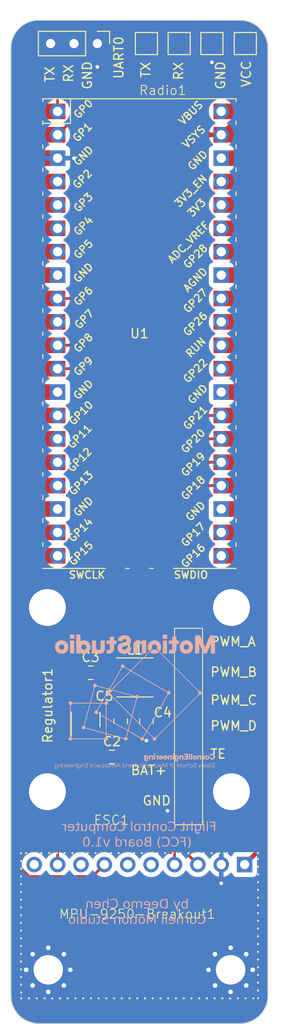
<source format=kicad_pcb>
(kicad_pcb (version 20221018) (generator pcbnew)
  (layers (0 "F.Cu" signal) (31 "B.Cu" power) (34 "B.Paste" user) (35 "F.Paste" user) (36 "B.SilkS" user "B.Silkscreen") (37 "F.SilkS" user "F.Silkscreen") (38 "B.Mask" user) (39 "F.Mask" user) (44 "Edge.Cuts" user))
  (net 0 "")
  (net 1 "+BATT")
  (net 2 "GND")
  (net 3 "Net-(Regulator1-BST)")
  (net 4 "Net-(Regulator1-SW)")
  (net 5 "+3V3")
  (net 6 "/PWM_A")
  (net 7 "/PWM_B")
  (net 8 "/PWM_C")
  (net 9 "/PWM_D")
  (net 10 "/TE")
  (net 11 "/SCK")
  (net 12 "/MOSI")
  (net 15 "/MISO")
  (net 17 "/CS")
  (net 19 "/RX")
  (net 20 "/TX")
  (net 45 "Net-(J1-Pin_2)")
  (net 46 "Net-(J1-Pin_3)")
  (footprint "MountingHole:MountingHole_3.2mm_M3_Pad_Via" (layer "F.Cu") (at 159.766 135.382)
    (fp_text reference "H6" hide)
    (fp_text value "MountingHole")
    (pad "1" thru_hole circle (at -2.4 0) (size 0.8 0.8) (drill 0.5) (layers "*.Cu" "*.Mask"))
    (pad "1" thru_hole circle (at -1.697056 -1.697056) (size 0.8 0.8) (drill 0.5) (layers "*.Cu" "*.Mask"))
    (pad "1" thru_hole circle (at -1.697056 1.697056) (size 0.8 0.8) (drill 0.5) (layers "*.Cu" "*.Mask"))
    (pad "1" thru_hole circle (at 0 -2.4) (size 0.8 0.8) (drill 0.5) (layers "*.Cu" "*.Mask"))
    (pad "1" thru_hole circle (at 0 0) (size 6.4 6.4) (drill 3.2) (layers "*.Cu" "*.Mask"))
    (pad "1" thru_hole circle (at 0 2.4) (size 0.8 0.8) (drill 0.5) (layers "*.Cu" "*.Mask"))
    (pad "1" thru_hole circle (at 1.697056 -1.697056) (size 0.8 0.8) (drill 0.5) (layers "*.Cu" "*.Mask"))
    (pad "1" thru_hole circle (at 1.697056 1.697056) (size 0.8 0.8) (drill 0.5) (layers "*.Cu" "*.Mask"))
    (pad "1" thru_hole circle (at 2.4 0) (size 0.8 0.8) (drill 0.5) (layers "*.Cu" "*.Mask"))
  )
  (footprint "Inductor_SMD:L_Abracon_ASPI-4030S" (layer "F.Cu") (at 149.376 103.632)
    (fp_text reference "L1" (at 0 -3) (layer "F.SilkS"))
    (fp_text value "4.7uH")
    (pad "1" smd roundrect (at -1.5 0) (size 1.1 3.4) (layers "F.Cu" "F.Paste" "F.Mask") (roundrect_rratio 0.1) (net 4 "Net-(Regulator1-SW)"))
    (pad "2" smd roundrect (at 1.5 0) (size 1.1 3.4) (layers "F.Cu" "F.Paste" "F.Mask") (roundrect_rratio 0.1) (net 5 "+3V3"))
  )
  (footprint "MCU_RaspberryPi_and_Boards:RPi_Pico_SMD_TH" (layer "F.Cu") (at 149.86 66.294)
    (fp_text reference "U1" (at 0 0) (layer "F.SilkS"))
    (fp_text value "Pico")
    (fp_text user "GP12" (at -6.496 13.716 45) (layer "F.SilkS") (effects (font (size 0.8 0.8))))
    (fp_text user "3V3" (at 6.234 -13.664 45) (layer "F.SilkS") (effects (font (size 0.8 0.8))))
    (fp_text user "GP1" (at -6.196 -21.854 45) (layer "F.SilkS") (effects (font (size 0.8 0.8))))
    (fp_text user "AGND" (at 6.08 -5.842 45) (layer "F.SilkS") (effects (font (size 0.8 0.8))))
    (fp_text user "GP4" (at -6.096 -11.684 45) (layer "F.SilkS") (effects (font (size 0.8 0.8))))
    (fp_text user "GP9" (at -6.096 3.556 45) (layer "F.SilkS") (effects (font (size 0.8 0.8))))
    (fp_text user "GP0" (at -6.096 -24.384 45) (layer "F.SilkS") (effects (font (size 0.8 0.8))))
    (fp_text user "GP3" (at -6.096 -14.224 45) (layer "F.SilkS") (effects (font (size 0.8 0.8))))
    (fp_text user "GP26" (at 6.08 -1.034 45) (layer "F.SilkS") (effects (font (size 0.8 0.8))))
    (fp_text user "GND" (at -6.096 -19.304 45) (layer "F.SilkS") (effects (font (size 0.8 0.8))))
    (fp_text user "GND" (at 6.334 -18.814 45) (layer "F.SilkS") (effects (font (size 0.8 0.8))))
    (fp_text user "GP20" (at 5.842 11.684 45) (layer "F.SilkS") (effects (font (size 0.8 0.8))))
    (fp_text user "SWDIO" (at 5.6 26.2) (layer "F.SilkS") (effects (font (size 0.8 0.8))))
    (fp_text user "VBUS" (at 5.588 -23.964 45) (layer "F.SilkS") (effects (font (size 0.8 0.8))))
    (fp_text user "GND" (at 6.096 19.304 45) (layer "F.SilkS") (effects (font (size 0.8 0.8))))
    (fp_text user "GP19" (at 5.842 14.224 45) (layer "F.SilkS") (effects (font (size 0.8 0.8))))
    (fp_text user "GP6" (at -6.096 -4.064 45) (layer "F.SilkS") (effects (font (size 0.8 0.8))))
    (fp_text user "GP10" (at -6.35 8.636 45) (layer "F.SilkS") (effects (font (size 0.8 0.8))))
    (fp_text user "GP11" (at -6.496 11.176 45) (layer "F.SilkS") (effects (font (size 0.8 0.8))))
    (fp_text user "GND" (at -6.096 18.796 45) (layer "F.SilkS") (effects (font (size 0.8 0.8))))
    (fp_text user "GP18" (at 5.842 16.764 45) (layer "F.SilkS") (effects (font (size 0.8 0.8))))
    (fp_text user "3V3_EN" (at 5.588 -15.494 45) (layer "F.SilkS") (effects (font (size 0.8 0.8))))
    (fp_text user "GP28" (at 6.096 -8.382 45) (layer "F.SilkS") (effects (font (size 0.8 0.8))))
    (fp_text user "GP7" (at -5.996 -1.554 45) (layer "F.SilkS") (effects (font (size 0.8 0.8))))
    (fp_text user "GP13" (at -6.35 16.256 45) (layer "F.SilkS") (effects (font (size 0.8 0.8))))
    (fp_text user "GP14" (at -6.396 21.336 45) (layer "F.SilkS") (effects (font (size 0.8 0.8))))
    (fp_text user "SWCLK" (at -5.7 26.2) (layer "F.SilkS") (effects (font (size 0.8 0.8))))
    (fp_text user "GP8" (at -6.096 1.016 45) (layer "F.SilkS") (effects (font (size 0.8 0.8))))
    (fp_text user "GND" (at 6.334 6.586 45) (layer "F.SilkS") (effects (font (size 0.8 0.8))))
    (fp_text user "GP21" (at 6.08 9.136 45) (layer "F.SilkS") (effects (font (size 0.8 0.8))))
    (fp_text user "GP15" (at -6.35 23.876 45) (layer "F.SilkS") (effects (font (size 0.8 0.8))))
    (fp_text user "GP5" (at -6.096 -9.144 45) (layer "F.SilkS") (effects (font (size 0.8 0.8))))
    (fp_text user "ADC_VREF" (at 5.334 -9.906 45) (layer "F.SilkS") (effects (font (size 0.8 0.8))))
    (fp_text user "GP22" (at 6.08 4.046 45) (layer "F.SilkS") (effects (font (size 0.8 0.8))))
    (fp_text user "GP17" (at 5.842 21.844 45) (layer "F.SilkS") (effects (font (size 0.8 0.8))))
    (fp_text user "GND" (at -6.096 6.096 45) (layer "F.SilkS") (effects (font (size 0.8 0.8))))
    (fp_text user "GP2" (at -6.196 -16.764 45) (layer "F.SilkS") (effects (font (size 0.8 0.8))))
    (fp_text user "RUN" (at 6.134 1.506 45) (layer "F.SilkS") (effects (font (size 0.8 0.8))))
    (fp_text user "GND" (at -6.096 -6.604 45) (layer "F.SilkS") (effects (font (size 0.8 0.8))))
    (fp_text user "VSYS" (at 5.934 -21.354 45) (layer "F.SilkS") (effects (font (size 0.8 0.8))))
    (fp_text user "GP16" (at 5.842 24.13 45) (layer "F.SilkS") (effects (font (size 0.8 0.8))))
    (fp_text user "GP27" (at 6.08 -3.564 45) (layer "F.SilkS") (effects (font (size 0.8 0.8))))
    (pad "1" thru_hole oval (at -8.89 -24.13) (size 1.7 1.7) (drill 1.02) (layers "*.Cu" "*.Mask") (net 46 "Net-(J1-Pin_3)"))
    (pad "1" smd rect (at -8.89 -24.13) (size 3.5 1.7) (drill (offset -0.9 0)) (layers "F.Cu" "F.Mask") (net 46 "Net-(J1-Pin_3)"))
    (pad "2" thru_hole oval (at -8.89 -21.59) (size 1.7 1.7) (drill 1.02) (layers "*.Cu" "*.Mask") (net 45 "Net-(J1-Pin_2)"))
    (pad "2" smd rect (at -8.89 -21.59) (size 3.5 1.7) (drill (offset -0.9 0)) (layers "F.Cu" "F.Mask") (net 45 "Net-(J1-Pin_2)"))
    (pad "3" thru_hole rect (at -8.89 -19.05) (size 1.7 1.7) (drill 1.02) (layers "*.Cu" "*.Mask") (net 2 "GND"))
    (pad "3" smd rect (at -8.89 -19.05) (size 3.5 1.7) (drill (offset -0.9 0)) (layers "F.Cu" "F.Mask") (net 2 "GND"))
    (pad "4" thru_hole oval (at -8.89 -16.51) (size 1.7 1.7) (drill 1.02) (layers "*.Cu" "*.Mask"))
    (pad "4" smd rect (at -8.89 -16.51) (size 3.5 1.7) (drill (offset -0.9 0)) (layers "F.Cu" "F.Mask"))
    (pad "5" thru_hole oval (at -8.89 -13.97) (size 1.7 1.7) (drill 1.02) (layers "*.Cu" "*.Mask"))
    (pad "5" smd rect (at -8.89 -13.97) (size 3.5 1.7) (drill (offset -0.9 0)) (layers "F.Cu" "F.Mask"))
    (pad "6" thru_hole oval (at -8.89 -11.43) (size 1.7 1.7) (drill 1.02) (layers "*.Cu" "*.Mask") (net 15 "/MISO"))
    (pad "6" smd rect (at -8.89 -11.43) (size 3.5 1.7) (drill (offset -0.9 0)) (layers "F.Cu" "F.Mask") (net 15 "/MISO"))
    (pad "7" thru_hole oval (at -8.89 -8.89) (size 1.7 1.7) (drill 1.02) (layers "*.Cu" "*.Mask") (net 17 "/CS"))
    (pad "7" smd rect (at -8.89 -8.89) (size 3.5 1.7) (drill (offset -0.9 0)) (layers "F.Cu" "F.Mask") (net 17 "/CS"))
    (pad "8" thru_hole rect (at -8.89 -6.35) (size 1.7 1.7) (drill 1.02) (layers "*.Cu" "*.Mask"))
    (pad "8" smd rect (at -8.89 -6.35) (size 3.5 1.7) (drill (offset -0.9 0)) (layers "F.Cu" "F.Mask"))
    (pad "9" thru_hole oval (at -8.89 -3.81) (size 1.7 1.7) (drill 1.02) (layers "*.Cu" "*.Mask") (net 11 "/SCK"))
    (pad "9" smd rect (at -8.89 -3.81) (size 3.5 1.7) (drill (offset -0.9 0)) (layers "F.Cu" "F.Mask") (net 11 "/SCK"))
    (pad "10" thru_hole oval (at -8.89 -1.27) (size 1.7 1.7) (drill 1.02) (layers "*.Cu" "*.Mask") (net 12 "/MOSI"))
    (pad "10" smd rect (at -8.89 -1.27) (size 3.5 1.7) (drill (offset -0.9 0)) (layers "F.Cu" "F.Mask") (net 12 "/MOSI"))
    (pad "11" thru_hole oval (at -8.89 1.27) (size 1.7 1.7) (drill 1.02) (layers "*.Cu" "*.Mask") (net 20 "/TX"))
    (pad "11" smd rect (at -8.89 1.27) (size 3.5 1.7) (drill (offset -0.9 0)) (layers "F.Cu" "F.Mask") (net 20 "/TX"))
    (pad "12" thru_hole oval (at -8.89 3.81) (size 1.7 1.7) (drill 1.02) (layers "*.Cu" "*.Mask") (net 19 "/RX"))
    (pad "12" smd rect (at -8.89 3.81) (size 3.5 1.7) (drill (offset -0.9 0)) (layers "F.Cu" "F.Mask") (net 19 "/RX"))
    (pad "13" thru_hole rect (at -8.89 6.35) (size 1.7 1.7) (drill 1.02) (layers "*.Cu" "*.Mask"))
    (pad "13" smd rect (at -8.89 6.35) (size 3.5 1.7) (drill (offset -0.9 0)) (layers "F.Cu" "F.Mask"))
    (pad "14" thru_hole oval (at -8.89 8.89) (size 1.7 1.7) (drill 1.02) (layers "*.Cu" "*.Mask"))
    (pad "14" smd rect (at -8.89 8.89) (size 3.5 1.7) (drill (offset -0.9 0)) (layers "F.Cu" "F.Mask"))
    (pad "15" thru_hole oval (at -8.89 11.43) (size 1.7 1.7) (drill 1.02) (layers "*.Cu" "*.Mask"))
    (pad "15" smd rect (at -8.89 11.43) (size 3.5 1.7) (drill (offset -0.9 0)) (layers "F.Cu" "F.Mask"))
    (pad "16" thru_hole oval (at -8.89 13.97) (size 1.7 1.7) (drill 1.02) (layers "*.Cu" "*.Mask"))
    (pad "16" smd rect (at -8.89 13.97) (size 3.5 1.7) (drill (offset -0.9 0)) (layers "F.Cu" "F.Mask"))
    (pad "17" thru_hole oval (at -8.89 16.51) (size 1.7 1.7) (drill 1.02) (layers "*.Cu" "*.Mask"))
    (pad "17" smd rect (at -8.89 16.51) (size 3.5 1.7) (drill (offset -0.9 0)) (layers "F.Cu" "F.Mask"))
    (pad "18" thru_hole rect (at -8.89 19.05) (size 1.7 1.7) (drill 1.02) (layers "*.Cu" "*.Mask"))
    (pad "18" smd rect (at -8.89 19.05) (size 3.5 1.7) (drill (offset -0.9 0)) (layers "F.Cu" "F.Mask"))
    (pad "19" thru_hole oval (at -8.89 21.59) (size 1.7 1.7) (drill 1.02) (layers "*.Cu" "*.Mask"))
    (pad "19" smd rect (at -8.89 21.59) (size 3.5 1.7) (drill (offset -0.9 0)) (layers "F.Cu" "F.Mask"))
    (pad "20" thru_hole oval (at -8.89 24.13) (size 1.7 1.7) (drill 1.02) (layers "*.Cu" "*.Mask"))
    (pad "20" smd rect (at -8.89 24.13) (size 3.5 1.7) (drill (offset -0.9 0)) (layers "F.Cu" "F.Mask"))
    (pad "21" thru_hole oval (at 8.89 24.13) (size 1.7 1.7) (drill 1.02) (layers "*.Cu" "*.Mask"))
    (pad "21" smd rect (at 8.89 24.13) (size 3.5 1.7) (drill (offset 0.9 0)) (layers "F.Cu" "F.Mask"))
    (pad "22" thru_hole oval (at 8.89 21.59) (size 1.7 1.7) (drill 1.02) (layers "*.Cu" "*.Mask"))
    (pad "22" smd rect (at 8.89 21.59) (size 3.5 1.7) (drill (offset 0.9 0)) (layers "F.Cu" "F.Mask"))
    (pad "23" thru_hole rect (at 8.89 19.05) (size 1.7 1.7) (drill 1.02) (layers "*.Cu" "*.Mask"))
    (pad "23" smd rect (at 8.89 19.05) (size 3.5 1.7) (drill (offset 0.9 0)) (layers "F.Cu" "F.Mask"))
    (pad "24" thru_hole oval (at 8.89 16.51) (size 1.7 1.7) (drill 1.02) (layers "*.Cu" "*.Mask") (net 6 "/PWM_A"))
    (pad "24" smd rect (at 8.89 16.51) (size 3.5 1.7) (drill (offset 0.9 0)) (layers "F.Cu" "F.Mask") (net 6 "/PWM_A"))
    (pad "25" thru_hole oval (at 8.89 13.97) (size 1.7 1.7) (drill 1.02) (layers "*.Cu" "*.Mask") (net 7 "/PWM_B"))
    (pad "25" smd rect (at 8.89 13.97) (size 3.5 1.7) (drill (offset 0.9 0)) (layers "F.Cu" "F.Mask") (net 7 "/PWM_B"))
    (pad "26" thru_hole oval (at 8.89 11.43) (size 1.7 1.7) (drill 1.02) (layers "*.Cu" "*.Mask") (net 8 "/PWM_C"))
    (pad "26" smd rect (at 8.89 11.43) (size 3.5 1.7) (drill (offset 0.9 0)) (layers "F.Cu" "F.Mask") (net 8 "/PWM_C"))
    (pad "27" thru_hole oval (at 8.89 8.89) (size 1.7 1.7) (drill 1.02) (layers "*.Cu" "*.Mask") (net 9 "/PWM_D"))
    (pad "27" smd rect (at 8.89 8.89) (size 3.5 1.7) (drill (offset 0.9 0)) (layers "F.Cu" "F.Mask") (net 9 "/PWM_D"))
    (pad "28" thru_hole rect (at 8.89 6.35) (size 1.7 1.7) (drill 1.02) (layers "*.Cu" "*.Mask"))
    (pad "28" smd rect (at 8.89 6.35) (size 3.5 1.7) (drill (offset 0.9 0)) (layers "F.Cu" "F.Mask"))
    (pad "29" thru_hole oval (at 8.89 3.81) (size 1.7 1.7) (drill 1.02) (layers "*.Cu" "*.Mask") (net 10 "/TE"))
    (pad "29" smd rect (at 8.89 3.81) (size 3.5 1.7) (drill (offset 0.9 0)) (layers "F.Cu" "F.Mask") (net 10 "/TE"))
    (pad "30" thru_hole oval (at 8.89 1.27) (size 1.7 1.7) (drill 1.02) (layers "*.Cu" "*.Mask"))
    (pad "30" smd rect (at 8.89 1.27) (size 3.5 1.7) (drill (offset 0.9 0)) (layers "F.Cu" "F.Mask"))
    (pad "31" thru_hole oval (at 8.89 -1.27) (size 1.7 1.7) (drill 1.02) (layers "*.Cu" "*.Mask"))
    (pad "31" smd rect (at 8.89 -1.27) (size 3.5 1.7) (drill (offset 0.9 0)) (layers "F.Cu" "F.Mask"))
    (pad "32" thru_hole oval (at 8.89 -3.81) (size 1.7 1.7) (drill 1.02) (layers "*.Cu" "*.Mask"))
    (pad "32" smd rect (at 8.89 -3.81) (size 3.5 1.7) (drill (offset 0.9 0)) (layers "F.Cu" "F.Mask"))
    (pad "33" thru_hole rect (at 8.89 -6.35) (size 1.7 1.7) (drill 1.02) (layers "*.Cu" "*.Mask"))
    (pad "33" smd rect (at 8.89 -6.35) (size 3.5 1.7) (drill (offset 0.9 0)) (layers "F.Cu" "F.Mask"))
    (pad "34" thru_hole oval (at 8.89 -8.89) (size 1.7 1.7) (drill 1.02) (layers "*.Cu" "*.Mask"))
    (pad "34" smd rect (at 8.89 -8.89) (size 3.5 1.7) (drill (offset 0.9 0)) (layers "F.Cu" "F.Mask"))
    (pad "35" thru_hole oval (at 8.89 -11.43) (size 1.7 1.7) (drill 1.02) (layers "*.Cu" "*.Mask"))
    (pad "35" smd rect (at 8.89 -11.43) (size 3.5 1.7) (drill (offset 0.9 0)) (layers "F.Cu" "F.Mask"))
    (pad "36" thru_hole oval (at 8.89 -13.97) (size 1.7 1.7) (drill 1.02) (layers "*.Cu" "*.Mask"))
    (pad "36" smd rect (at 8.89 -13.97) (size 3.5 1.7) (drill (offset 0.9 0)) (layers "F.Cu" "F.Mask"))
    (pad "37" thru_hole oval (at 8.89 -16.51) (size 1.7 1.7) (drill 1.02) (layers "*.Cu" "*.Mask"))
    (pad "37" smd rect (at 8.89 -16.51) (size 3.5 1.7) (drill (offset 0.9 0)) (layers "F.Cu" "F.Mask"))
    (pad "38" thru_hole rect (at 8.89 -19.05) (size 1.7 1.7) (drill 1.02) (layers "*.Cu" "*.Mask"))
    (pad "38" smd rect (at 8.89 -19.05) (size 3.5 1.7) (drill (offset 0.9 0)) (layers "F.Cu" "F.Mask"))
    (pad "39" thru_hole oval (at 8.89 -21.59) (size 1.7 1.7) (drill 1.02) (layers "*.Cu" "*.Mask") (net 5 "+3V3"))
    (pad "39" smd rect (at 8.89 -21.59) (size 3.5 1.7) (drill (offset 0.9 0)) (layers "F.Cu" "F.Mask") (net 5 "+3V3"))
    (pad "40" thru_hole oval (at 8.89 -24.13) (size 1.7 1.7) (drill 1.02) (layers "*.Cu" "*.Mask"))
    (pad "40" smd rect (at 8.89 -24.13) (size 3.5 1.7) (drill (offset 0.9 0)) (layers "F.Cu" "F.Mask"))
  )
  (footprint "MountingHole:MountingHole_4mm" (layer "F.Cu") (at 159.86 116.04 180)
    (fp_text reference "H3" hide)
    (fp_text value "MountingHole")
    (pad "" np_thru_hole circle (at 0 0 180) (size 4 4) (drill 4) (layers "*.Cu" "*.Mask"))
  )
  (footprint "footprint:ESC" (layer "F.Cu") (at 155.194 99.822 -90)
    (fp_text reference "ESC1" (at 19.304 8.382 unlocked) (layer "F.SilkS") (effects (font (thickness 0.1))))
    (fp_text value "~")
    (pad "1" smd rect (at 0 0 270) (size 2 2) (layers "F.Cu" "F.Mask") (net 6 "/PWM_A"))
    (pad "2" smd rect (at 3.048 0 270) (size 2 2) (layers "F.Cu" "F.Mask") (net 7 "/PWM_B"))
    (pad "3" smd rect (at 6.096 0 270) (size 2 2) (layers "F.Cu" "F.Mask") (net 8 "/PWM_C"))
    (pad "4" smd rect (at 9.144 0 270) (size 2 2) (layers "F.Cu" "F.Mask") (net 9 "/PWM_D"))
    (pad "5" smd rect (at 15.24 0 270) (size 2 2) (layers "F.Cu" "F.Mask") (net 1 "+BATT"))
    (pad "6" smd rect (at 12.192 0 270) (size 2 2) (layers "F.Cu" "F.Mask") (net 10 "/TE"))
    (pad "7" smd rect (at 18.288 0 270) (size 2 2) (layers "F.Cu" "F.Mask") (net 2 "GND"))
  )
  (footprint "Capacitor_SMD:C_0805_2012Metric" (layer "F.Cu") (at 144.554 103.124)
    (fp_text reference "C3" (at 0 -1.68) (layer "F.SilkS"))
    (fp_text value "0.1uF")
    (pad "1" smd roundrect (at -0.95 0) (size 1 1.45) (layers "F.Cu" "F.Paste" "F.Mask") (net 3 "Net-(Regulator1-BST)"))
    (pad "2" smd roundrect (at 0.95 0) (size 1 1.45) (layers "F.Cu" "F.Paste" "F.Mask") (net 4 "Net-(Regulator1-SW)"))
  )
  (footprint "Package_TO_SOT_SMD:TSOT-23-6" (layer "F.Cu") (at 144.018 108.204 90)
    (fp_text reference "Regulator1" (at 1.524 -4.13 90) (layer "F.SilkS"))
    (fp_text value "AP63203WU")
    (pad "1" smd roundrect (at -1.1375 -0.95 90) (size 1.325 0.6) (layers "F.Cu" "F.Paste" "F.Mask") (net 5 "+3V3"))
    (pad "2" smd roundrect (at -1.1375 0 90) (size 1.325 0.6) (layers "F.Cu" "F.Paste" "F.Mask") (net 1 "+BATT"))
    (pad "3" smd roundrect (at -1.1375 0.95 90) (size 1.325 0.6) (layers "F.Cu" "F.Paste" "F.Mask") (net 1 "+BATT"))
    (pad "4" smd roundrect (at 1.1375 0.95 90) (size 1.325 0.6) (layers "F.Cu" "F.Paste" "F.Mask") (net 2 "GND"))
    (pad "5" smd roundrect (at 1.1375 0 90) (size 1.325 0.6) (layers "F.Cu" "F.Paste" "F.Mask") (net 4 "Net-(Regulator1-SW)"))
    (pad "6" smd roundrect (at 1.1375 -0.95 90) (size 1.325 0.6) (layers "F.Cu" "F.Paste" "F.Mask") (net 3 "Net-(Regulator1-BST)"))
  )
  (footprint "Capacitor_SMD:C_0805_2012Metric" (layer "F.Cu") (at 146.878 112.268)
    (fp_text reference "C2" (at 0 -1.68) (layer "F.SilkS"))
    (fp_text value "10uF")
    (pad "1" smd roundrect (at -0.95 0) (size 1 1.45) (layers "F.Cu" "F.Paste" "F.Mask") (net 1 "+BATT"))
    (pad "2" smd roundrect (at 0.95 0) (size 1 1.45) (layers "F.Cu" "F.Paste" "F.Mask") (net 2 "GND"))
  )
  (footprint "MountingHole:MountingHole_4mm" (layer "F.Cu") (at 139.86 116.04 180)
    (fp_text reference "H4" hide)
    (fp_text value "MountingHole")
    (pad "" np_thru_hole circle (at 0 0 180) (size 4 4) (drill 4) (layers "*.Cu" "*.Mask"))
  )
  (footprint "Connector_PinHeader_2.54mm:PinHeader_1x03_P2.54mm_Vertical" (layer "F.Cu") (at 145.288 34.798 -90)
    (fp_text reference "UART0" (at 1.524 -2.33 90) (layer "F.SilkS"))
    (fp_text value "UART")
    (pad "1" thru_hole rect (at 0 0 270) (size 1.7 1.7) (drill 1) (layers "*.Cu" "*.Mask") (net 2 "GND"))
    (pad "2" thru_hole oval (at 0 2.54 270) (size 1.7 1.7) (drill 1) (layers "*.Cu" "*.Mask") (net 45 "Net-(J1-Pin_2)"))
    (pad "3" thru_hole oval (at 0 5.08 270) (size 1.7 1.7) (drill 1) (layers "*.Cu" "*.Mask") (net 46 "Net-(J1-Pin_3)"))
  )
  (footprint "Capacitor_SMD:C_0805_2012Metric" (layer "F.Cu") (at 150.622 108.392 -90)
    (fp_text reference "C4" (at -0.95 -1.778) (layer "F.SilkS"))
    (fp_text value "22uF")
    (pad "1" smd roundrect (at -0.95 0 270) (size 1 1.45) (layers "F.Cu" "F.Paste" "F.Mask") (net 5 "+3V3"))
    (pad "2" smd roundrect (at 0.95 0 270) (size 1 1.45) (layers "F.Cu" "F.Paste" "F.Mask") (net 2 "GND"))
  )
  (footprint "MountingHole:MountingHole_4mm" (layer "F.Cu") (at 159.86 96.04 180)
    (fp_text reference "H1" hide)
    (fp_text value "MountingHole")
    (pad "" np_thru_hole circle (at 0 0 180) (size 4 4) (drill 4) (layers "*.Cu" "*.Mask"))
  )
  (footprint "MountingHole:MountingHole_3.2mm_M3_Pad_Via" (layer "F.Cu") (at 139.954 135.382)
    (fp_text reference "H5" hide)
    (fp_text value "MountingHole")
    (pad "1" thru_hole circle (at -2.4 0) (size 0.8 0.8) (drill 0.5) (layers "*.Cu" "*.Mask"))
    (pad "1" thru_hole circle (at -1.697056 -1.697056) (size 0.8 0.8) (drill 0.5) (layers "*.Cu" "*.Mask"))
    (pad "1" thru_hole circle (at -1.697056 1.697056) (size 0.8 0.8) (drill 0.5) (layers "*.Cu" "*.Mask"))
    (pad "1" thru_hole circle (at 0 -2.4) (size 0.8 0.8) (drill 0.5) (layers "*.Cu" "*.Mask"))
    (pad "1" thru_hole circle (at 0 0) (size 6.4 6.4) (drill 3.2) (layers "*.Cu" "*.Mask"))
    (pad "1" thru_hole circle (at 0 2.4) (size 0.8 0.8) (drill 0.5) (layers "*.Cu" "*.Mask"))
    (pad "1" thru_hole circle (at 1.697056 -1.697056) (size 0.8 0.8) (drill 0.5) (layers "*.Cu" "*.Mask"))
    (pad "1" thru_hole circle (at 1.697056 1.697056) (size 0.8 0.8) (drill 0.5) (layers "*.Cu" "*.Mask"))
    (pad "1" thru_hole circle (at 2.4 0) (size 0.8 0.8) (drill 0.5) (layers "*.Cu" "*.Mask"))
  )
  (footprint "footprint:Radio" (layer "F.Cu") (at 162.56 35.998 180)
    (fp_text reference "Radio1" (at 10.16 -3.88 unlocked) (layer "F.SilkS") (effects (font (thickness 0.1))))
    (fp_text value "~")
    (pad "1" smd rect (at 1.2 1.2 180) (size 2 2) (layers "F.Cu" "F.Mask") (net 5 "+3V3"))
    (pad "2" smd rect (at 4.826 1.2 180) (size 2 2) (layers "F.Cu" "F.Mask") (net 2 "GND"))
    (pad "3" smd rect (at 8.382 1.2 180) (size 2 2) (layers "F.Cu" "F.Mask") (net 19 "/RX"))
    (pad "4" smd rect (at 11.938 1.2 180) (size 2 2) (layers "F.Cu" "F.Mask") (net 20 "/TX"))
  )
  (footprint "Connector_PinHeader_2.54mm:MPU9250-Breakout" (layer "F.Cu") (at 150.302 130.578 -90)
    (fp_text reference locked "MPU-9250-Breakout1" (at -1.254 0.678 unlocked) (layer "F.SilkS") (effects (font (thickness 0.1))))
    (fp_text value "~" hide)
    (pad "1" thru_hole rect (at -6.626 -10.988 270) (size 1.7 1.7) (drill 1) (layers "*.Cu" "*.Mask") (net 5 "+3V3"))
    (pad "2" thru_hole oval (at -6.626 -8.448 270) (size 1.7 1.7) (drill 1) (layers "*.Cu" "*.Mask") (net 2 "GND"))
    (pad "3" thru_hole oval (at -6.626 -5.908 270) (size 1.7 1.7) (drill 1) (layers "*.Cu" "*.Mask") (net 11 "/SCK"))
    (pad "4" thru_hole oval (at -6.626 -3.368 270) (size 1.7 1.7) (drill 1) (layers "*.Cu" "*.Mask") (net 12 "/MOSI"))
    (pad "5" thru_hole oval (at -6.626 -0.828 270) (size 1.7 1.7) (drill 1) (layers "*.Cu" "*.Mask"))
    (pad "6" thru_hole oval (at -6.626 1.712 270) (size 1.7 1.7) (drill 1) (layers "*.Cu" "*.Mask"))
    (pad "7" thru_hole oval (at -6.626 4.252 270) (size 1.7 1.7) (drill 1) (layers "*.Cu" "*.Mask") (net 15 "/MISO"))
    (pad "8" thru_hole oval (at -6.626 6.792 270) (size 1.7 1.7) (drill 1) (layers "*.Cu" "*.Mask"))
    (pad "9" thru_hole oval (at -6.626 9.332 270) (size 1.7 1.7) (drill 1) (layers "*.Cu" "*.Mask") (net 17 "/CS"))
    (pad "10" thru_hole oval (at -6.626 11.872 270) (size 1.7 1.7) (drill 1) (layers "*.Cu" "*.Mask"))
  )
  (footprint "MountingHole:MountingHole_4mm" (layer "F.Cu") (at 139.86 96.04 180)
    (fp_text reference "H2" hide)
    (fp_text value "MountingHole")
    (pad "" np_thru_hole circle (at 0 0 180) (size 4 4) (drill 4) (layers "*.Cu" "*.Mask"))
  )
  (footprint "Capacitor_SMD:C_0805_2012Metric" (layer "F.Cu") (at 147.828 108.392 -90)
    (fp_text reference "C5" (at -2.728 1.778) (layer "F.SilkS"))
    (fp_text value "22uF")
    (pad "1" smd roundrect (at -0.95 0 270) (size 1 1.45) (layers "F.Cu" "F.Paste" "F.Mask") (net 5 "+3V3"))
    (pad "2" smd roundrect (at 0.95 0 270) (size 1 1.45) (layers "F.Cu" "F.Paste" "F.Mask") (net 2 "GND"))
  )
  (footprint "LOGO" (layer "B.Cu") (at 149.352 106.172 180)
    (fp_text reference "G***" hide)
    (fp_text value "LOGO" hide)
  )
  (gr_arc (start 138.938 141.224) (mid 136.782739 140.331261) (end 135.89 138.176) (stroke (width 0.1)) (layer "Edge.Cuts"))
  (gr_line (start 138.938 32.258) (end 160.782 32.258) (stroke (width 0.1)) (layer "Edge.Cuts"))
  (gr_line (start 135.89 35.306) (end 135.89 138.176) (stroke (width 0.1)) (layer "Edge.Cuts"))
  (gr_arc (start 135.89 35.306) (mid 136.782739 33.150739) (end 138.938 32.258) (stroke (width 0.1)) (layer "Edge.Cuts"))
  (gr_arc (start 163.83 138.176) (mid 162.937261 140.331261) (end 160.782 141.224) (stroke (width 0.1)) (layer "Edge.Cuts"))
  (gr_line (start 163.83 35.306) (end 163.83 138.176) (stroke (width 0.1)) (layer "Edge.Cuts"))
  (gr_arc (start 160.782 32.258) (mid 162.937261 33.150739) (end 163.83 35.306) (stroke (width 0.1)) (layer "Edge.Cuts"))
  (gr_line (start 138.938 141.224) (end 160.782 141.224) (stroke (width 0.1)) (layer "Edge.Cuts"))
  (gr_text "Flight Control Computer \n(FCC) Board v1.0\n\n\n\nby Deemo Chen\nCornell Motion Studio" (at 149.606 130.556) (layer "B.SilkS") (effects (font (size 1 1) (thickness 0.125)) (justify bottom mirror)))
  (gr_text "PWM_D" (at 157.48 109.474) (layer "F.SilkS") (effects (font (size 1 1)) (justify left bottom)))
  (gr_text "BAT+" (at 148.844 114.3) (layer "F.SilkS") (effects (font (size 1 1)) (justify left bottom)))
  (gr_text "GND" (at 144.78 39.878 90) (layer "F.SilkS") (effects (font (size 1 1)) (justify left bottom)))
  (gr_text "PWM_A" (at 157.48 100.33) (layer "F.SilkS") (effects (font (size 1 1)) (justify left bottom)))
  (gr_text "RX" (at 142.748 39.116 90) (layer "F.SilkS") (effects (font (size 1 1)) (justify left bottom)))
  (gr_text "GND" (at 150.114 117.602) (layer "F.SilkS") (effects (font (size 1 1)) (justify left bottom)))
  (gr_text "TX" (at 140.716 39.116 90) (layer "F.SilkS") (effects (font (size 1 1)) (justify left bottom)))
  (gr_text "RX" (at 154.686 38.862 90) (layer "F.SilkS") (effects (font (size 1 1)) (justify left bottom)))
  (gr_text "PWM_B" (at 157.48 103.632) (layer "F.SilkS") (effects (font (size 1 1)) (justify left bottom)))
  (gr_text "TX" (at 151.13 38.608 90) (layer "F.SilkS") (effects (font (size 1 1)) (justify left bottom)))
  (gr_text "VCC" (at 162.052 39.624 90) (layer "F.SilkS") (effects (font (size 1 1)) (justify left bottom)))
  (gr_text "PWM_C" (at 157.48 106.68) (layer "F.SilkS") (effects (font (size 1 1)) (justify left bottom)))
  (gr_text "GND" (at 159.258 39.878 90) (layer "F.SilkS") (effects (font (size 1 1)) (justify left bottom)))
  (gr_text "TE" (at 157.48 112.522) (layer "F.SilkS") (effects (font (size 1 1)) (justify left bottom)))
  (segment (start 144.968 109.3415) (end 144.043 109.3415) (width 0.75) (layer "F.Cu") (net 1))
  (segment (start 155.194 115.062) (end 147.575782 115.062) (width 0.75) (layer "F.Cu") (net 1))
  (segment (start 145.928 113.414218) (end 145.928 112.268) (width 0.75) (layer "F.Cu") (net 1))
  (segment (start 145.928 110.3015) (end 144.968 109.3415) (width 0.75) (layer "F.Cu") (net 1))
  (segment (start 145.928 112.268) (end 145.928 110.3015) (width 0.75) (layer "F.Cu") (net 1))
  (segment (start 147.575782 115.062) (end 145.928 113.414218) (width 0.75) (layer "F.Cu") (net 1))
  (segment (start 140.97 47.244) (end 142.748 47.244) (width 0.5) (layer "F.Cu") (net 2))
  (segment (start 157.734 34.798) (end 157.734 36.83) (width 0.5) (layer "F.Cu") (net 2))
  (segment (start 145.552 107.066) (end 147.828 109.342) (width 0.5) (layer "F.Cu") (net 2))
  (segment (start 147.828 109.342) (end 150.622 109.342) (width 0.5) (layer "F.Cu") (net 2))
  (segment (start 144.9685 107.066) (end 144.968 107.0665) (width 0.3) (layer "F.Cu") (net 2))
  (segment (start 155.194 118.11) (end 152.908 118.11) (width 0.5) (layer "F.Cu") (net 2))
  (segment (start 150.622 109.342) (end 150.622 110.49) (width 0.5) (layer "F.Cu") (net 2))
  (segment (start 144.968 107.066) (end 144.9685 107.066) (width 0.5) (layer "F.Cu") (net 2))
  (segment (start 147.828 112.268) (end 147.828 109.342) (width 0.5) (layer "F.Cu") (net 2))
  (segment (start 158.75 123.952) (end 158.75 125.984) (width 0.5) (layer "F.Cu") (net 2))
  (segment (start 144.9685 107.066) (end 145.552 107.066) (width 0.5) (layer "F.Cu") (net 2))
  (segment (start 145.288 34.798) (end 145.288 37.338) (width 0.5) (layer "F.Cu") (net 2))
  (via (at 157.734 36.83) (size 0.8) (drill 0.4) (layers "F.Cu" "B.Cu") (net 2))
  (via (at 145.288 37.338) (size 0.8) (drill 0.4) (layers "F.Cu" "B.Cu") (net 2))
  (via (at 152.908 118.11) (size 0.8) (drill 0.4) (layers "F.Cu" "B.Cu") (net 2))
  (via (at 150.622 110.49) (size 0.8) (drill 0.4) (layers "F.Cu" "B.Cu") (net 2))
  (via (at 142.748 47.244) (size 0.8) (drill 0.4) (layers "F.Cu" "B.Cu") (net 2))
  (via (at 158.75 125.984) (size 0.8) (drill 0.4) (layers "F.Cu" "B.Cu") (net 2))
  (segment (start 141.732 105.7305) (end 141.732 104.14) (width 0.65) (layer "F.Cu") (net 3))
  (segment (start 142.24 103.632) (end 143.096 103.632) (width 0.65) (layer "F.Cu") (net 3))
  (segment (start 143.068 107.0665) (end 141.732 105.7305) (width 0.65) (layer "F.Cu") (net 3))
  (segment (start 141.732 104.14) (end 142.24 103.632) (width 0.65) (layer "F.Cu") (net 3))
  (segment (start 143.096 103.632) (end 143.604 103.124) (width 0.65) (layer "F.Cu") (net 3))
  (segment (start 144.018 107.0665) (end 144.018 106.257984) (width 0.65) (layer "F.Cu") (net 4))
  (segment (start 145.504 103.124) (end 147.368 103.124) (width 0.65) (layer "F.Cu") (net 4))
  (segment (start 147.7435 103.124) (end 147.876 103.2565) (width 0.65) (layer "F.Cu") (net 4))
  (segment (start 147.368 103.124) (end 147.876 103.632) (width 0.65) (layer "F.Cu") (net 4))
  (segment (start 144.018 106.257984) (end 145.504 104.771984) (width 0.65) (layer "F.Cu") (net 4))
  (segment (start 145.504 104.771984) (end 145.504 103.124) (width 0.65) (layer "F.Cu") (net 4))
  (segment (start 159.89 43.564) (end 158.75 44.704) (width 0.5) (layer "F.Cu") (net 5))
  (segment (start 150.876 103.2565) (end 148.6759 101.0564) (width 0.5) (layer "F.Cu") (net 5))
  (segment (start 156.718 45.4341) (end 157.4481 44.704) (width 0.5) (layer "F.Cu") (net 5))
  (segment (start 150.622 103.5105) (end 150.876 103.2565) (width 0.3) (layer "F.Cu") (net 5))
  (segment (start 161.29 123.952) (end 162.5519 122.6901) (width 0.5) (layer "F.Cu") (net 5))
  (segment (start 148.6759 77.0781) (end 156.718 69.036) (width 0.5) (layer "F.Cu") (net 5))
  (segment (start 158.75 44.704) (end 157.4496 44.704) (width 0.5) (layer "F.Cu") (net 5))
  (segment (start 148.6759 101.0564) (end 148.6759 77.0781) (width 0.5) (layer "F.Cu") (net 5))
  (segment (start 140.462 106.7355) (end 140.462 103.378) (width 0.5) (layer "F.Cu") (net 5))
  (segment (start 156.718 40.8919) (end 156.718 43.9724) (width 0.5) (layer "F.Cu") (net 5))
  (segment (start 161.36 34.798) (end 161.36 36.2499) (width 0.5) (layer "F.Cu") (net 5))
  (segment (start 162.5519 122.6901) (end 162.5519 44.488082) (width 0.5) (layer "F.Cu") (net 5))
  (segment (start 150.876 107.188) (end 150.622 107.442) (width 0.3) (layer "F.Cu") (net 5))
  (segment (start 147.828 107.442) (end 150.622 107.442) (width 0.5) (layer "F.Cu") (net 5))
  (segment (start 162.5519 44.488082) (end 161.627818 43.564) (width 0.5) (layer "F.Cu") (net 5))
  (segment (start 140.462 103.378) (end 142.7836 101.0564) (width 0.5) (layer "F.Cu") (net 5))
  (segment (start 156.718 69.036) (end 156.718 45.4341) (width 0.5) (layer "F.Cu") (net 5))
  (segment (start 157.4481 44.7025) (end 157.4496 44.704) (width 0.3) (layer "F.Cu") (net 5))
  (segment (start 143.068 109.3415) (end 143.068 109.286) (width 0.5) (layer "F.Cu") (net 5))
  (segment (start 150.876 103.2565) (end 150.876 107.188) (width 0.5) (layer "F.Cu") (net 5))
  (segment (start 161.627818 43.564) (end 159.89 43.564) (width 0.5) (layer "F.Cu") (net 5))
  (segment (start 143.068 109.3415) (end 140.462 106.7355) (width 0.5) (layer "F.Cu") (net 5))
  (segment (start 161.36 36.2499) (end 156.718 40.8919) (width 0.5) (layer "F.Cu") (net 5))
  (segment (start 142.7836 101.0564) (end 148.6759 101.0564) (width 0.5) (layer "F.Cu") (net 5))
  (segment (start 157.4481 44.704) (end 157.4496 44.704) (width 0.3) (layer "F.Cu") (net 5))
  (segment (start 156.718 43.9724) (end 157.4481 44.7025) (width 0.5) (layer "F.Cu") (net 5))
  (segment (start 158.75 82.804) (end 157.4481 82.804) (width 0.3) (layer "F.Cu") (net 6))
  (segment (start 155.194 85.0581) (end 157.4481 82.804) (width 0.3) (layer "F.Cu") (net 6))
  (segment (start 155.194 99.822) (end 155.194 85.0581) (width 0.3) (layer "F.Cu") (net 6))
  (segment (start 153.7421 101.0091) (end 154.1511 101.4181) (width 0.3) (layer "F.Cu") (net 7))
  (segment (start 157.4481 80.264) (end 153.7421 83.97) (width 0.3) (layer "F.Cu") (net 7))
  (segment (start 155.194 102.87) (end 155.194 101.4181) (width 0.3) (layer "F.Cu") (net 7))
  (segment (start 158.75 80.264) (end 157.4481 80.264) (width 0.3) (layer "F.Cu") (net 7))
  (segment (start 154.1511 101.4181) (end 155.194 101.4181) (width 0.3) (layer "F.Cu") (net 7))
  (segment (start 153.7421 83.97) (end 153.7421 101.0091) (width 0.3) (layer "F.Cu") (net 7))
  (segment (start 155.194 105.918) (end 155.194 104.4661) (width 0.3) (layer "F.Cu") (net 8))
  (segment (start 153.1273 103.4856) (end 153.1273 82.0448) (width 0.3) (layer "F.Cu") (net 8))
  (segment (start 155.194 104.4661) (end 154.1078 104.4661) (width 0.3) (layer "F.Cu") (net 8))
  (segment (start 153.1273 82.0448) (end 157.4481 77.724) (width 0.3) (layer "F.Cu") (net 8))
  (segment (start 154.1078 104.4661) (end 153.1273 103.4856) (width 0.3) (layer "F.Cu") (net 8))
  (segment (start 158.75 77.724) (end 157.4481 77.724) (width 0.3) (layer "F.Cu") (net 8))
  (segment (start 152.5254 105.9317) (end 152.5254 80.1067) (width 0.3) (layer "F.Cu") (net 9))
  (segment (start 158.75 75.184) (end 157.4481 75.184) (width 0.3) (layer "F.Cu") (net 9))
  (segment (start 155.194 107.5141) (end 154.1078 107.5141) (width 0.3) (layer "F.Cu") (net 9))
  (segment (start 155.194 108.966) (end 155.194 107.5141) (width 0.3) (layer "F.Cu") (net 9))
  (segment (start 152.5254 80.1067) (end 157.4481 75.184) (width 0.3) (layer "F.Cu") (net 9))
  (segment (start 154.1078 107.5141) (end 152.5254 105.9317) (width 0.3) (layer "F.Cu") (net 9))
  (segment (start 161.85 70.156) (end 161.85 91.896) (width 0.3) (layer "F.Cu") (net 10))
  (segment (start 156.644 110.201) (end 156.2829 110.5621) (width 0.3) (layer "F.Cu") (net 10))
  (segment (start 156.644 93.546) (end 156.644 110.201) (width 0.3) (layer "F.Cu") (net 10))
  (segment (start 161.85 91.896) (end 161.036 92.71) (width 0.3) (layer "F.Cu") (net 10))
  (segment (start 158.75 70.104) (end 161.798 70.104) (width 0.3) (layer "F.Cu") (net 10))
  (segment (start 161.798 70.104) (end 161.85 70.156) (width 0.3) (layer "F.Cu") (net 10))
  (segment (start 155.194 110.5621) (end 155.194 112.014) (width 0.3) (layer "F.Cu") (net 10))
  (segment (start 157.48 92.71) (end 156.644 93.546) (width 0.3) (layer "F.Cu") (net 10))
  (segment (start 156.2829 110.5621) (end 155.194 110.5621) (width 0.3) (layer "F.Cu") (net 10))
  (segment (start 161.798 70.104) (end 161.8519 70.104) (width 0.3) (layer "F.Cu") (net 10))
  (segment (start 161.036 92.71) (end 157.48 92.71) (width 0.3) (layer "F.Cu") (net 10))
  (segment (start 155.65 33.6226) (end 155.65 60.1904) (width 0.3) (layer "F.Cu") (net 11))
  (segment (start 149.444 33.3277) (end 155.3551 33.3277) (width 0.3) (layer "F.Cu") (net 11))
  (segment (start 148.792 116.534) (end 156.21 123.952) (width 0.3) (layer "F.Cu") (net 11))
  (segment (start 142.2719 62.484) (end 149.0544 55.7015) (width 0.3) (layer "F.Cu") (net 11))
  (segment (start 147.8457 116.534) (end 148.792 116.534) (width 0.3) (layer "F.Cu") (net 11))
  (segment (start 149.0544 33.7173) (end 149.444 33.3277) (width 0.3) (layer "F.Cu") (net 11))
  (segment (start 147.574 68.2664) (end 147.574 99.06) (width 0.3) (layer "F.Cu") (net 11))
  (segment (start 146.2776 100.3564) (end 142.49365 100.3564) (width 0.3) (layer "F.Cu") (net 11))
  (segment (start 139.762 103.08805) (end 139.762 106.872) (width 0.3) (layer "F.Cu") (net 11))
  (segment (start 142.49365 100.3564) (end 139.762 103.08805) (width 0.3) (layer "F.Cu") (net 11))
  (segment (start 139.446 107.188) (end 141.6685 109.4105) (width 0.3) (layer "F.Cu") (net 11))
  (segment (start 147.574 99.06) (end 146.2776 100.3564) (width 0.3) (layer "F.Cu") (net 11))
  (segment (start 155.65 60.1904) (end 147.574 68.2664) (width 0.3) (layer "F.Cu") (net 11))
  (segment (start 140.97 62.484) (end 142.2719 62.484) (width 0.3) (layer "F.Cu") (net 11))
  (segment (start 139.762 106.872) (end 139.446 107.188) (width 0.3) (layer "F.Cu") (net 11))
  (segment (start 141.6685 110.3568) (end 147.8457 116.534) (width 0.3) (layer "F.Cu") (net 11))
  (segment (start 141.6685 109.4105) (end 141.6685 110.3568) (width 0.3) (layer "F.Cu") (net 11))
  (segment (start 155.3551 33.3277) (end 155.65 33.6226) (width 0.3) (layer "F.Cu") (net 11))
  (segment (start 149.0544 55.7015) (end 149.0544 33.7173) (width 0.3) (layer "F.Cu") (net 11))
  (segment (start 153.1004 122.6501) (end 138.846 108.3957) (width 0.3) (layer "F.Cu") (net 12))
  (segment (start 145.542 99.568) (end 146.812 98.298) (width 0.3) (layer "F.Cu") (net 12))
  (segment (start 144.526 92.202) (end 138.611604 92.202) (width 0.3) (layer "F.Cu") (net 12))
  (segment (start 137.87 91.460396) (end 137.87 66.527604) (width 0.3) (layer "F.Cu") (net 12))
  (segment (start 153.67 122.6501) (end 153.1004 122.6501) (width 0.3) (layer "F.Cu") (net 12))
  (segment (start 142.433522 99.568) (end 145.542 99.568) (width 0.3) (layer "F.Cu") (net 12))
  (segment (start 139.373604 65.024) (end 140.97 65.024) (width 0.3) (layer "F.Cu") (net 12))
  (segment (start 138.846 108.3957) (end 138.846 103.155522) (width 0.3) (layer "F.Cu") (net 12))
  (segment (start 153.67 123.952) (end 153.67 122.6501) (width 0.3) (layer "F.Cu") (net 12))
  (segment (start 146.812 98.298) (end 146.812 94.488) (width 0.3) (layer "F.Cu") (net 12))
  (segment (start 138.611604 92.202) (end 137.87 91.460396) (width 0.3) (layer "F.Cu") (net 12))
  (segment (start 138.846 103.155522) (end 142.433522 99.568) (width 0.3) (layer "F.Cu") (net 12))
  (segment (start 137.87 66.527604) (end 139.373604 65.024) (width 0.3) (layer "F.Cu") (net 12))
  (segment (start 146.812 94.488) (end 144.526 92.202) (width 0.3) (layer "F.Cu") (net 12))
  (segment (start 137.8681 54.864) (end 136.6643 56.0678) (width 0.3) (layer "F.Cu") (net 15))
  (segment (start 136.6643 124.0414) (end 137.8786 125.2557) (width 0.3) (layer "F.Cu") (net 15))
  (segment (start 137.8786 125.2557) (end 144.7463 125.2557) (width 0.3) (layer "F.Cu") (net 15))
  (segment (start 144.7463 125.2557) (end 146.05 123.952) (width 0.3) (layer "F.Cu") (net 15))
  (segment (start 140.97 54.864) (end 137.8681 54.864) (width 0.3) (layer "F.Cu") (net 15))
  (segment (start 136.6643 56.0678) (end 136.6643 124.0414) (width 0.3) (layer "F.Cu") (net 15))
  (segment (start 137.8681 57.404) (end 137.2662 58.0059) (width 0.3) (layer "F.Cu") (net 17))
  (segment (start 137.2662 118.9463) (end 140.97 122.6501) (width 0.3) (layer "F.Cu") (net 17))
  (segment (start 140.97 123.952) (end 140.97 122.6501) (width 0.3) (layer "F.Cu") (net 17))
  (segment (start 137.2662 58.0059) (end 137.2662 118.9463) (width 0.3) (layer "F.Cu") (net 17))
  (segment (start 140.97 57.404) (end 137.8681 57.404) (width 0.3) (layer "F.Cu") (net 17))
  (segment (start 154.178 58.1979) (end 142.2719 70.104) (width 0.3) (layer "F.Cu") (net 19))
  (segment (start 154.178 36.2499) (end 154.178 58.1979) (width 0.3) (layer "F.Cu") (net 19))
  (segment (start 140.97 70.104) (end 142.2719 70.104) (width 0.3) (layer "F.Cu") (net 19))
  (segment (start 154.178 34.798) (end 154.178 36.2499) (width 0.3) (layer "F.Cu") (net 19))
  (segment (start 150.622 34.798) (end 150.622 59.2139) (width 0.3) (layer "F.Cu") (net 20))
  (segment (start 150.622 59.2139) (end 142.2719 67.564) (width 0.3) (layer "F.Cu") (net 20))
  (segment (start 140.97 67.564) (end 142.2719 67.564) (width 0.3) (layer "F.Cu") (net 20))
  (segment (start 142.748 42.926) (end 140.97 44.704) (width 0.3) (layer "F.Cu") (net 45))
  (segment (start 142.748 34.798) (end 142.748 42.926) (width 0.3) (layer "F.Cu") (net 45))
  (segment (start 140.97 35.56) (end 140.97 42.164) (width 0.3) (layer "F.Cu") (net 46))
  (segment (start 140.208 34.798) (end 140.97 35.56) (width 0.3) (layer "F.Cu") (net 46))
  (zone (net 2) (net_name "GND") (layer "B.Cu") (connect_pads (clearance 0.5)) (min_thickness 0.25) (fill yes (thermal_gap 0.5) (thermal_bridge_width 0.5))
    (polygon (pts (xy 135.89 32.258) (xy 163.83 32.258) (xy 163.83 141.224) (xy 135.89 141.224)))
  )
)
</source>
